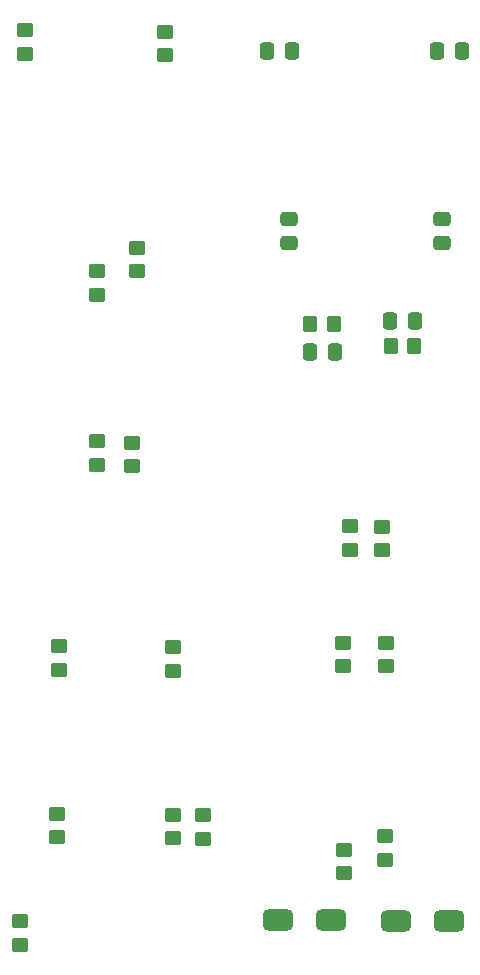
<source format=gbr>
%TF.GenerationSoftware,KiCad,Pcbnew,8.0.2*%
%TF.CreationDate,2025-05-20T09:10:07-07:00*%
%TF.ProjectId,ResEQ_Mini,52657345-515f-44d6-996e-692e6b696361,rev?*%
%TF.SameCoordinates,Original*%
%TF.FileFunction,Paste,Bot*%
%TF.FilePolarity,Positive*%
%FSLAX46Y46*%
G04 Gerber Fmt 4.6, Leading zero omitted, Abs format (unit mm)*
G04 Created by KiCad (PCBNEW 8.0.2) date 2025-05-20 09:10:07*
%MOMM*%
%LPD*%
G01*
G04 APERTURE LIST*
G04 Aperture macros list*
%AMRoundRect*
0 Rectangle with rounded corners*
0 $1 Rounding radius*
0 $2 $3 $4 $5 $6 $7 $8 $9 X,Y pos of 4 corners*
0 Add a 4 corners polygon primitive as box body*
4,1,4,$2,$3,$4,$5,$6,$7,$8,$9,$2,$3,0*
0 Add four circle primitives for the rounded corners*
1,1,$1+$1,$2,$3*
1,1,$1+$1,$4,$5*
1,1,$1+$1,$6,$7*
1,1,$1+$1,$8,$9*
0 Add four rect primitives between the rounded corners*
20,1,$1+$1,$2,$3,$4,$5,0*
20,1,$1+$1,$4,$5,$6,$7,0*
20,1,$1+$1,$6,$7,$8,$9,0*
20,1,$1+$1,$8,$9,$2,$3,0*%
G04 Aperture macros list end*
%ADD10RoundRect,0.250000X-0.450000X0.350000X-0.450000X-0.350000X0.450000X-0.350000X0.450000X0.350000X0*%
%ADD11RoundRect,0.250000X0.450000X-0.350000X0.450000X0.350000X-0.450000X0.350000X-0.450000X-0.350000X0*%
%ADD12RoundRect,0.250000X-0.350000X-0.450000X0.350000X-0.450000X0.350000X0.450000X-0.350000X0.450000X0*%
%ADD13RoundRect,0.250000X-0.475000X0.337500X-0.475000X-0.337500X0.475000X-0.337500X0.475000X0.337500X0*%
%ADD14RoundRect,0.450000X-0.850000X0.450000X-0.850000X-0.450000X0.850000X-0.450000X0.850000X0.450000X0*%
%ADD15RoundRect,0.250000X0.350000X0.450000X-0.350000X0.450000X-0.350000X-0.450000X0.350000X-0.450000X0*%
%ADD16RoundRect,0.250000X0.337500X0.475000X-0.337500X0.475000X-0.337500X-0.475000X0.337500X-0.475000X0*%
%ADD17RoundRect,0.250000X-0.337500X-0.475000X0.337500X-0.475000X0.337500X0.475000X-0.337500X0.475000X0*%
%ADD18RoundRect,0.250000X0.475000X-0.337500X0.475000X0.337500X-0.475000X0.337500X-0.475000X-0.337500X0*%
G04 APERTURE END LIST*
D10*
%TO.C,R7*%
X159512000Y-104054400D03*
X159512000Y-106054400D03*
%TD*%
D11*
%TO.C,R12*%
X135001000Y-89011000D03*
X135001000Y-87011000D03*
%TD*%
D12*
%TO.C,R40*%
X153092400Y-77050300D03*
X155092400Y-77050300D03*
%TD*%
D13*
%TO.C,C30*%
X151282400Y-68152100D03*
X151282400Y-70227100D03*
%TD*%
D10*
%TO.C,R29*%
X156413200Y-94199200D03*
X156413200Y-96199200D03*
%TD*%
D14*
%TO.C,C46*%
X150353200Y-127508000D03*
X154853200Y-127508000D03*
%TD*%
D11*
%TO.C,R4*%
X140766800Y-54340000D03*
X140766800Y-52340000D03*
%TD*%
%TO.C,R11*%
X137972800Y-89138000D03*
X137972800Y-87138000D03*
%TD*%
%TO.C,R51*%
X131826000Y-106359200D03*
X131826000Y-104359200D03*
%TD*%
D15*
%TO.C,R38*%
X161883600Y-78943200D03*
X159883600Y-78943200D03*
%TD*%
D11*
%TO.C,R53*%
X141478000Y-120634000D03*
X141478000Y-118634000D03*
%TD*%
D16*
%TO.C,C17*%
X155129900Y-79437900D03*
X153054900Y-79437900D03*
%TD*%
D10*
%TO.C,R27*%
X159105600Y-94250000D03*
X159105600Y-96250000D03*
%TD*%
%TO.C,R2*%
X138430000Y-70628000D03*
X138430000Y-72628000D03*
%TD*%
%TO.C,R21*%
X155854400Y-104070400D03*
X155854400Y-106070400D03*
%TD*%
D17*
%TO.C,C16*%
X159846100Y-76784200D03*
X161921100Y-76784200D03*
%TD*%
D14*
%TO.C,C44*%
X160360800Y-127660400D03*
X164860800Y-127660400D03*
%TD*%
D17*
%TO.C,C36*%
X149432100Y-53975000D03*
X151507100Y-53975000D03*
%TD*%
D10*
%TO.C,R19*%
X159410400Y-120462800D03*
X159410400Y-122462800D03*
%TD*%
D11*
%TO.C,R52*%
X131622800Y-120532400D03*
X131622800Y-118532400D03*
%TD*%
%TO.C,R1*%
X134975600Y-74609200D03*
X134975600Y-72609200D03*
%TD*%
D10*
%TO.C,R15*%
X155956000Y-121580400D03*
X155956000Y-123580400D03*
%TD*%
D11*
%TO.C,R3*%
X128930400Y-54187600D03*
X128930400Y-52187600D03*
%TD*%
D18*
%TO.C,C37*%
X164185600Y-70227100D03*
X164185600Y-68152100D03*
%TD*%
D10*
%TO.C,R48*%
X128473200Y-127625600D03*
X128473200Y-129625600D03*
%TD*%
D11*
%TO.C,R13*%
X141427200Y-106460800D03*
X141427200Y-104460800D03*
%TD*%
D10*
%TO.C,R49*%
X143967200Y-118684800D03*
X143967200Y-120684800D03*
%TD*%
D17*
%TO.C,C31*%
X163808500Y-53975000D03*
X165883500Y-53975000D03*
%TD*%
M02*

</source>
